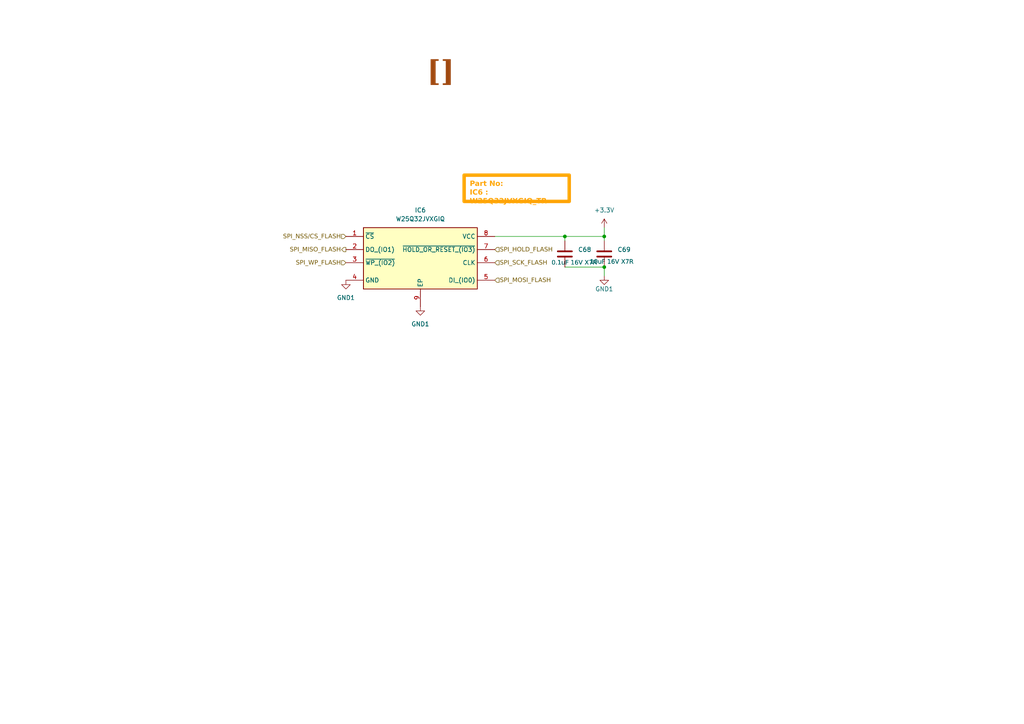
<source format=kicad_sch>
(kicad_sch (version 20231120) (generator "eeschema") (generator_version "8.0")
  (paper "A4")
  (lib_symbols
    (symbol "Device:C" (pin_numbers hide) (pin_names (offset 0.254))
      (property "Reference" "C" (at 0.635 2.54 0))
      (property "Value" "C" (at 0.635 -2.54 0))
      (symbol "C_0_1"
        (polyline (pts (xy -2.032 -0.762) (xy 2.032 -0.762)) (stroke (width 0.508)))
        (polyline (pts (xy -2.032 0.762) (xy 2.032 0.762)) (stroke (width 0.508)))
      )
      (symbol "C_1_1"
        (pin passive line (at 0 3.81 270) (length 2.794) (name "~") (number "1"))
        (pin passive line (at 0 -3.81 90) (length 2.794) (name "~") (number "2"))
      )
    )
    (symbol "W25Q32JVXGIQ_SPI_FLASH:W25Q32JVXGIQ_TR"
      (property "Reference" "IC" (at 4.826 9.906 0))
      (property "Value" "W25Q32JVXGIQ" (at 4.572 8.128 0))
      (symbol "W25Q32JVXGIQ_TR_1_1"
        (rectangle (start -16.51 6.35) (end 16.51 -11.43) (stroke (width 0.254)) (fill (type background)))
        (pin passive line (at -21.59 3.81 0) (length 5.08) (name "~{CS}") (number "1"))
        (pin passive line (at -21.59 0 0) (length 5.08) (name "DO_(IO1)") (number "2"))
        (pin passive line (at -21.59 -3.81 0) (length 5.08) (name "~{WP_(IO2)}") (number "3"))
        (pin passive line (at -21.59 -8.89 0) (length 5.08) (name "GND") (number "4"))
        (pin passive line (at 21.59 -8.89 180) (length 5.08) (name "DI_(IO0)") (number "5"))
        (pin passive line (at 21.59 -3.81 180) (length 5.08) (name "CLK") (number "6"))
        (pin passive line (at 21.59 0 180) (length 5.08) (name "~{HOLD_OR_RESET_(IO3)}") (number "7"))
        (pin passive line (at 21.59 3.81 180) (length 5.08) (name "VCC") (number "8"))
        (pin passive line (at 0 -16.51 90) (length 5.08) (name "EP") (number "9"))
      )
    )
    (symbol "power:+3.3V" (power) (pin_numbers hide) (pin_names (offset 0) hide)
      (property "Value" "+3.3V" (at 0 3.556 0))
      (symbol "+3.3V_0_1"
        (polyline (pts (xy -0.762 1.27) (xy 0 2.54)))
        (polyline (pts (xy 0 0) (xy 0 2.54)))
        (polyline (pts (xy 0 2.54) (xy 0.762 1.27)))
      )
      (symbol "+3.3V_1_1"
        (pin power_in line (at 0 0 90) (length 0) (name "~") (number "1"))
      )
    )
    (symbol "power:GND1" (power) (pin_numbers hide) (pin_names (offset 0) hide)
      (property "Value" "GND1" (at 0 -3.81 0))
      (symbol "GND1_0_1"
        (polyline (pts (xy 0 0) (xy 0 -1.27) (xy 1.27 -1.27) (xy 0 -2.54) (xy -1.27 -1.27) (xy 0 -1.27)))
      )
      (symbol "GND1_1_1"
        (pin power_in line (at 0 0 270) (length 0) (name "~") (number "1"))
      )
    )
  )
  (junction (at 175.26 68.58))
  (junction (at 175.26 77.47))
  (junction (at 163.83 68.58))
  (wire (pts (xy 175.26 80.01) (xy 175.26 77.47)))
  (wire (pts (xy 163.83 77.47) (xy 175.26 77.47)))
  (wire (pts (xy 163.83 68.58) (xy 163.83 69.85)))
  (wire (pts (xy 143.51 68.58) (xy 163.83 68.58)))
  (wire (pts (xy 175.26 66.04) (xy 175.26 68.58)))
  (wire (pts (xy 163.83 68.58) (xy 175.26 68.58)))
  (wire (pts (xy 175.26 68.58) (xy 175.26 69.85)))
  (text_box "Part No: \nIC6 : W25Q32JVXGIQ_TR" (at 134.62 50.8 0) (size 30.48 7.62) (stroke (width 1) (color 255 163 5 1)) (effects (font (size 1.5 1.5) (thickness 0.4) (bold yes)) (justify left top)))
  (text "[${#}] ${SHEETNAME}" (at 129.286 22.86 0) (effects (font (size 6 6) (thickness 0.254) (bold yes))))
  (hierarchical_label "SPI_SCK_FLASH" (shape input) (at 143.51 76.2 0))
  (hierarchical_label "SPI_WP_FLASH" (shape input) (at 100.33 76.2 180))
  (hierarchical_label "SPI_MOSI_FLASH" (shape input) (at 143.51 81.28 0))
  (hierarchical_label "SPI_NSS{slash}CS_FLASH" (shape input) (at 100.33 68.58 180))
  (hierarchical_label "SPI_HOLD_FLASH" (shape input) (at 143.51 72.39 0))
  (hierarchical_label "SPI_MISO_FLASH" (shape output) (at 100.33 72.39 180))
  (symbol (lib_id "power:GND1") (at 175.26 80.01 0) (unit 1)
    (property "Reference" "#PWR0131" (effects (hide yes)))
    (property "Value" "GND1" (at 175.26 83.82 0))
    (property "Description" "Power symbol creates a global label with name \"GND1\" , ground" (effects (hide yes)))
  )
  (symbol (lib_id "Device:C") (at 175.26 73.66 0) (unit 1)
    (property "Reference" "C69" (at 179.07 72.3899 0) (effects (justify left)))
    (property "Value" "10uF 16V X7R" (at 170.434 75.946 0) (effects (justify left)))
    (property "Footprint" "Capacitor_SMD:C_0805_2012Metric_Pad1.18x1.45mm_HandSolder" (effects (hide yes)))
    (property "Description" "Unpolarized capacitor" (effects (hide yes)))
  )
  (symbol (lib_id "power:GND1") (at 100.33 81.28 0) (unit 1)
    (property "Reference" "#PWR0132" (effects (hide yes)))
    (property "Value" "GND1" (at 100.33 86.36 0))
    (property "Description" "Power symbol creates a global label with name \"GND1\" , ground" (effects (hide yes)))
  )
  (symbol (lib_id "W25Q32JVXGIQ_SPI_FLASH:W25Q32JVXGIQ_TR") (at 121.92 72.39 0) (unit 1)
    (property "Reference" "IC6" (at 121.92 60.96 0))
    (property "Value" "W25Q32JVXGIQ" (at 121.92 63.5 0))
    (property "Footprint" "W25Q32JVXGIQ_SPI_FLASH:SON80P400X400X50-9N" (effects (hide yes)))
    (property "Datasheet" "http://www.winbond.com/resource-files/w25q32jv%20spi%20revf%2005112017.pdf" (effects (hide yes)))
    (property "Description" "NOR Flash Serial (SPI, Dual SPI, Quad SPI) 3V/3.3V 32M-bit 4M x 8 6ns 8-Pin XSON EP T/R" (effects (hide yes)))
    (property "Height" "0.5" (effects (hide yes)))
    (property "Mouser Part Number" "454-W25Q32JVXGIQTR" (effects (hide yes)))
    (property "Mouser Price/Stock" "https://www.mouser.co.uk/ProductDetail/Winbond/W25Q32JVXGIQ-TR?qs=qSfuJ%252Bfl%2Fd71%2Fr1STvAXaQ%3D%3D" (effects (hide yes)))
    (property "Manufacturer_Name" "Winbond" (effects (hide yes)))
    (property "Manufacturer_Part_Number" "W25Q32JVXGIQ TR" (effects (hide yes)))
  )
  (symbol (lib_id "power:+3.3V") (at 175.26 66.04 0) (unit 1)
    (property "Reference" "#PWR0130" (effects (hide yes)))
    (property "Value" "+3.3V" (at 175.26 60.96 0))
    (property "Description" "Power symbol creates a global label with name \"+3.3V\"" (effects (hide yes)))
  )
  (symbol (lib_id "power:GND1") (at 121.92 88.9 0) (unit 1)
    (property "Reference" "#PWR0133" (effects (hide yes)))
    (property "Value" "GND1" (at 121.92 93.98 0))
    (property "Description" "Power symbol creates a global label with name \"GND1\" , ground" (effects (hide yes)))
  )
  (symbol (lib_id "Device:C") (at 163.83 73.66 0) (unit 1)
    (property "Reference" "C68" (at 167.64 72.3899 0) (effects (justify left)))
    (property "Value" "0.1uF 16V X7R" (at 159.258 76.2 0) (effects (justify left)))
    (property "Footprint" "Capacitor_SMD:C_0603_1608Metric_Pad1.08x0.95mm_HandSolder" (effects (hide yes)))
    (property "Description" "Unpolarized capacitor" (effects (hide yes)))
  )
)
</source>
